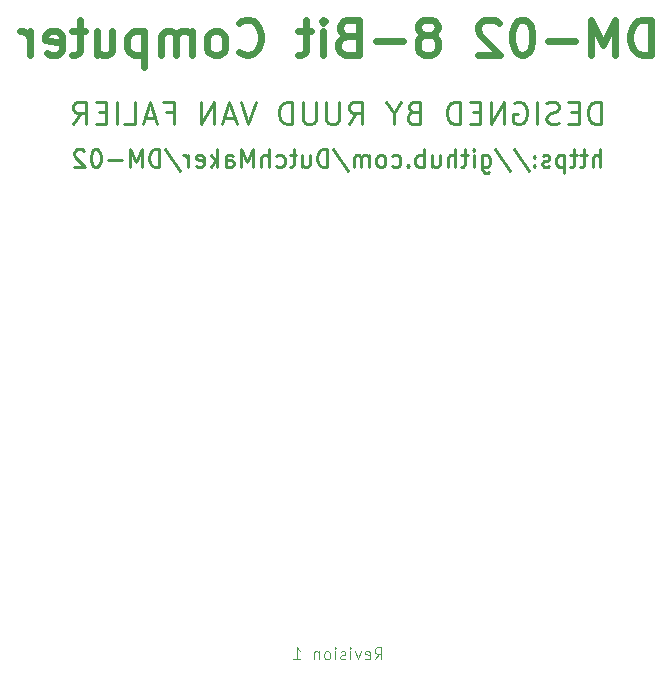
<source format=gbr>
G04 #@! TF.GenerationSoftware,KiCad,Pcbnew,(5.1.5-0-10_14)*
G04 #@! TF.CreationDate,2020-04-15T16:47:41+02:00*
G04 #@! TF.ProjectId,Bottom-Plate,426f7474-6f6d-42d5-906c-6174652e6b69,rev?*
G04 #@! TF.SameCoordinates,Original*
G04 #@! TF.FileFunction,Legend,Bot*
G04 #@! TF.FilePolarity,Positive*
%FSLAX46Y46*%
G04 Gerber Fmt 4.6, Leading zero omitted, Abs format (unit mm)*
G04 Created by KiCad (PCBNEW (5.1.5-0-10_14)) date 2020-04-15 16:47:41*
%MOMM*%
%LPD*%
G04 APERTURE LIST*
%ADD10C,0.250000*%
%ADD11C,0.600000*%
%ADD12C,0.100000*%
G04 APERTURE END LIST*
D10*
X100975238Y-85759523D02*
X100975238Y-84279523D01*
X100340952Y-85759523D02*
X100340952Y-84984285D01*
X100411428Y-84843333D01*
X100552380Y-84772857D01*
X100763809Y-84772857D01*
X100904761Y-84843333D01*
X100975238Y-84913809D01*
X99847619Y-84772857D02*
X99283809Y-84772857D01*
X99636190Y-84279523D02*
X99636190Y-85548095D01*
X99565714Y-85689047D01*
X99424761Y-85759523D01*
X99283809Y-85759523D01*
X99001904Y-84772857D02*
X98438095Y-84772857D01*
X98790476Y-84279523D02*
X98790476Y-85548095D01*
X98720000Y-85689047D01*
X98579047Y-85759523D01*
X98438095Y-85759523D01*
X97944761Y-84772857D02*
X97944761Y-86252857D01*
X97944761Y-84843333D02*
X97803809Y-84772857D01*
X97521904Y-84772857D01*
X97380952Y-84843333D01*
X97310476Y-84913809D01*
X97240000Y-85054761D01*
X97240000Y-85477619D01*
X97310476Y-85618571D01*
X97380952Y-85689047D01*
X97521904Y-85759523D01*
X97803809Y-85759523D01*
X97944761Y-85689047D01*
X96676190Y-85689047D02*
X96535238Y-85759523D01*
X96253333Y-85759523D01*
X96112380Y-85689047D01*
X96041904Y-85548095D01*
X96041904Y-85477619D01*
X96112380Y-85336666D01*
X96253333Y-85266190D01*
X96464761Y-85266190D01*
X96605714Y-85195714D01*
X96676190Y-85054761D01*
X96676190Y-84984285D01*
X96605714Y-84843333D01*
X96464761Y-84772857D01*
X96253333Y-84772857D01*
X96112380Y-84843333D01*
X95407619Y-85618571D02*
X95337142Y-85689047D01*
X95407619Y-85759523D01*
X95478095Y-85689047D01*
X95407619Y-85618571D01*
X95407619Y-85759523D01*
X95407619Y-84843333D02*
X95337142Y-84913809D01*
X95407619Y-84984285D01*
X95478095Y-84913809D01*
X95407619Y-84843333D01*
X95407619Y-84984285D01*
X93645714Y-84209047D02*
X94914285Y-86111904D01*
X92095238Y-84209047D02*
X93363809Y-86111904D01*
X90967619Y-84772857D02*
X90967619Y-85970952D01*
X91038095Y-86111904D01*
X91108571Y-86182380D01*
X91249523Y-86252857D01*
X91460952Y-86252857D01*
X91601904Y-86182380D01*
X90967619Y-85689047D02*
X91108571Y-85759523D01*
X91390476Y-85759523D01*
X91531428Y-85689047D01*
X91601904Y-85618571D01*
X91672380Y-85477619D01*
X91672380Y-85054761D01*
X91601904Y-84913809D01*
X91531428Y-84843333D01*
X91390476Y-84772857D01*
X91108571Y-84772857D01*
X90967619Y-84843333D01*
X90262857Y-85759523D02*
X90262857Y-84772857D01*
X90262857Y-84279523D02*
X90333333Y-84350000D01*
X90262857Y-84420476D01*
X90192380Y-84350000D01*
X90262857Y-84279523D01*
X90262857Y-84420476D01*
X89769523Y-84772857D02*
X89205714Y-84772857D01*
X89558095Y-84279523D02*
X89558095Y-85548095D01*
X89487619Y-85689047D01*
X89346666Y-85759523D01*
X89205714Y-85759523D01*
X88712380Y-85759523D02*
X88712380Y-84279523D01*
X88078095Y-85759523D02*
X88078095Y-84984285D01*
X88148571Y-84843333D01*
X88289523Y-84772857D01*
X88500952Y-84772857D01*
X88641904Y-84843333D01*
X88712380Y-84913809D01*
X86739047Y-84772857D02*
X86739047Y-85759523D01*
X87373333Y-84772857D02*
X87373333Y-85548095D01*
X87302857Y-85689047D01*
X87161904Y-85759523D01*
X86950476Y-85759523D01*
X86809523Y-85689047D01*
X86739047Y-85618571D01*
X86034285Y-85759523D02*
X86034285Y-84279523D01*
X86034285Y-84843333D02*
X85893333Y-84772857D01*
X85611428Y-84772857D01*
X85470476Y-84843333D01*
X85400000Y-84913809D01*
X85329523Y-85054761D01*
X85329523Y-85477619D01*
X85400000Y-85618571D01*
X85470476Y-85689047D01*
X85611428Y-85759523D01*
X85893333Y-85759523D01*
X86034285Y-85689047D01*
X84695238Y-85618571D02*
X84624761Y-85689047D01*
X84695238Y-85759523D01*
X84765714Y-85689047D01*
X84695238Y-85618571D01*
X84695238Y-85759523D01*
X83356190Y-85689047D02*
X83497142Y-85759523D01*
X83779047Y-85759523D01*
X83920000Y-85689047D01*
X83990476Y-85618571D01*
X84060952Y-85477619D01*
X84060952Y-85054761D01*
X83990476Y-84913809D01*
X83920000Y-84843333D01*
X83779047Y-84772857D01*
X83497142Y-84772857D01*
X83356190Y-84843333D01*
X82510476Y-85759523D02*
X82651428Y-85689047D01*
X82721904Y-85618571D01*
X82792380Y-85477619D01*
X82792380Y-85054761D01*
X82721904Y-84913809D01*
X82651428Y-84843333D01*
X82510476Y-84772857D01*
X82299047Y-84772857D01*
X82158095Y-84843333D01*
X82087619Y-84913809D01*
X82017142Y-85054761D01*
X82017142Y-85477619D01*
X82087619Y-85618571D01*
X82158095Y-85689047D01*
X82299047Y-85759523D01*
X82510476Y-85759523D01*
X81382857Y-85759523D02*
X81382857Y-84772857D01*
X81382857Y-84913809D02*
X81312380Y-84843333D01*
X81171428Y-84772857D01*
X80960000Y-84772857D01*
X80819047Y-84843333D01*
X80748571Y-84984285D01*
X80748571Y-85759523D01*
X80748571Y-84984285D02*
X80678095Y-84843333D01*
X80537142Y-84772857D01*
X80325714Y-84772857D01*
X80184761Y-84843333D01*
X80114285Y-84984285D01*
X80114285Y-85759523D01*
X78352380Y-84209047D02*
X79620952Y-86111904D01*
X77859047Y-85759523D02*
X77859047Y-84279523D01*
X77506666Y-84279523D01*
X77295238Y-84350000D01*
X77154285Y-84490952D01*
X77083809Y-84631904D01*
X77013333Y-84913809D01*
X77013333Y-85125238D01*
X77083809Y-85407142D01*
X77154285Y-85548095D01*
X77295238Y-85689047D01*
X77506666Y-85759523D01*
X77859047Y-85759523D01*
X75744761Y-84772857D02*
X75744761Y-85759523D01*
X76379047Y-84772857D02*
X76379047Y-85548095D01*
X76308571Y-85689047D01*
X76167619Y-85759523D01*
X75956190Y-85759523D01*
X75815238Y-85689047D01*
X75744761Y-85618571D01*
X75251428Y-84772857D02*
X74687619Y-84772857D01*
X75040000Y-84279523D02*
X75040000Y-85548095D01*
X74969523Y-85689047D01*
X74828571Y-85759523D01*
X74687619Y-85759523D01*
X73560000Y-85689047D02*
X73700952Y-85759523D01*
X73982857Y-85759523D01*
X74123809Y-85689047D01*
X74194285Y-85618571D01*
X74264761Y-85477619D01*
X74264761Y-85054761D01*
X74194285Y-84913809D01*
X74123809Y-84843333D01*
X73982857Y-84772857D01*
X73700952Y-84772857D01*
X73560000Y-84843333D01*
X72925714Y-85759523D02*
X72925714Y-84279523D01*
X72291428Y-85759523D02*
X72291428Y-84984285D01*
X72361904Y-84843333D01*
X72502857Y-84772857D01*
X72714285Y-84772857D01*
X72855238Y-84843333D01*
X72925714Y-84913809D01*
X71586666Y-85759523D02*
X71586666Y-84279523D01*
X71093333Y-85336666D01*
X70600000Y-84279523D01*
X70600000Y-85759523D01*
X69260952Y-85759523D02*
X69260952Y-84984285D01*
X69331428Y-84843333D01*
X69472380Y-84772857D01*
X69754285Y-84772857D01*
X69895238Y-84843333D01*
X69260952Y-85689047D02*
X69401904Y-85759523D01*
X69754285Y-85759523D01*
X69895238Y-85689047D01*
X69965714Y-85548095D01*
X69965714Y-85407142D01*
X69895238Y-85266190D01*
X69754285Y-85195714D01*
X69401904Y-85195714D01*
X69260952Y-85125238D01*
X68556190Y-85759523D02*
X68556190Y-84279523D01*
X68415238Y-85195714D02*
X67992380Y-85759523D01*
X67992380Y-84772857D02*
X68556190Y-85336666D01*
X66794285Y-85689047D02*
X66935238Y-85759523D01*
X67217142Y-85759523D01*
X67358095Y-85689047D01*
X67428571Y-85548095D01*
X67428571Y-84984285D01*
X67358095Y-84843333D01*
X67217142Y-84772857D01*
X66935238Y-84772857D01*
X66794285Y-84843333D01*
X66723809Y-84984285D01*
X66723809Y-85125238D01*
X67428571Y-85266190D01*
X66089523Y-85759523D02*
X66089523Y-84772857D01*
X66089523Y-85054761D02*
X66019047Y-84913809D01*
X65948571Y-84843333D01*
X65807619Y-84772857D01*
X65666666Y-84772857D01*
X64116190Y-84209047D02*
X65384761Y-86111904D01*
X63622857Y-85759523D02*
X63622857Y-84279523D01*
X63270476Y-84279523D01*
X63059047Y-84350000D01*
X62918095Y-84490952D01*
X62847619Y-84631904D01*
X62777142Y-84913809D01*
X62777142Y-85125238D01*
X62847619Y-85407142D01*
X62918095Y-85548095D01*
X63059047Y-85689047D01*
X63270476Y-85759523D01*
X63622857Y-85759523D01*
X62142857Y-85759523D02*
X62142857Y-84279523D01*
X61649523Y-85336666D01*
X61156190Y-84279523D01*
X61156190Y-85759523D01*
X60451428Y-85195714D02*
X59323809Y-85195714D01*
X58337142Y-84279523D02*
X58196190Y-84279523D01*
X58055238Y-84350000D01*
X57984761Y-84420476D01*
X57914285Y-84561428D01*
X57843809Y-84843333D01*
X57843809Y-85195714D01*
X57914285Y-85477619D01*
X57984761Y-85618571D01*
X58055238Y-85689047D01*
X58196190Y-85759523D01*
X58337142Y-85759523D01*
X58478095Y-85689047D01*
X58548571Y-85618571D01*
X58619047Y-85477619D01*
X58689523Y-85195714D01*
X58689523Y-84843333D01*
X58619047Y-84561428D01*
X58548571Y-84420476D01*
X58478095Y-84350000D01*
X58337142Y-84279523D01*
X57280000Y-84420476D02*
X57209523Y-84350000D01*
X57068571Y-84279523D01*
X56716190Y-84279523D01*
X56575238Y-84350000D01*
X56504761Y-84420476D01*
X56434285Y-84561428D01*
X56434285Y-84702380D01*
X56504761Y-84913809D01*
X57350476Y-85759523D01*
X56434285Y-85759523D01*
X101042380Y-82139523D02*
X101042380Y-80239523D01*
X100590000Y-80239523D01*
X100318571Y-80330000D01*
X100137619Y-80510952D01*
X100047142Y-80691904D01*
X99956666Y-81053809D01*
X99956666Y-81325238D01*
X100047142Y-81687142D01*
X100137619Y-81868095D01*
X100318571Y-82049047D01*
X100590000Y-82139523D01*
X101042380Y-82139523D01*
X99142380Y-81144285D02*
X98509047Y-81144285D01*
X98237619Y-82139523D02*
X99142380Y-82139523D01*
X99142380Y-80239523D01*
X98237619Y-80239523D01*
X97513809Y-82049047D02*
X97242380Y-82139523D01*
X96790000Y-82139523D01*
X96609047Y-82049047D01*
X96518571Y-81958571D01*
X96428095Y-81777619D01*
X96428095Y-81596666D01*
X96518571Y-81415714D01*
X96609047Y-81325238D01*
X96790000Y-81234761D01*
X97151904Y-81144285D01*
X97332857Y-81053809D01*
X97423333Y-80963333D01*
X97513809Y-80782380D01*
X97513809Y-80601428D01*
X97423333Y-80420476D01*
X97332857Y-80330000D01*
X97151904Y-80239523D01*
X96699523Y-80239523D01*
X96428095Y-80330000D01*
X95613809Y-82139523D02*
X95613809Y-80239523D01*
X93713809Y-80330000D02*
X93894761Y-80239523D01*
X94166190Y-80239523D01*
X94437619Y-80330000D01*
X94618571Y-80510952D01*
X94709047Y-80691904D01*
X94799523Y-81053809D01*
X94799523Y-81325238D01*
X94709047Y-81687142D01*
X94618571Y-81868095D01*
X94437619Y-82049047D01*
X94166190Y-82139523D01*
X93985238Y-82139523D01*
X93713809Y-82049047D01*
X93623333Y-81958571D01*
X93623333Y-81325238D01*
X93985238Y-81325238D01*
X92809047Y-82139523D02*
X92809047Y-80239523D01*
X91723333Y-82139523D01*
X91723333Y-80239523D01*
X90818571Y-81144285D02*
X90185238Y-81144285D01*
X89913809Y-82139523D02*
X90818571Y-82139523D01*
X90818571Y-80239523D01*
X89913809Y-80239523D01*
X89099523Y-82139523D02*
X89099523Y-80239523D01*
X88647142Y-80239523D01*
X88375714Y-80330000D01*
X88194761Y-80510952D01*
X88104285Y-80691904D01*
X88013809Y-81053809D01*
X88013809Y-81325238D01*
X88104285Y-81687142D01*
X88194761Y-81868095D01*
X88375714Y-82049047D01*
X88647142Y-82139523D01*
X89099523Y-82139523D01*
X85118571Y-81144285D02*
X84847142Y-81234761D01*
X84756666Y-81325238D01*
X84666190Y-81506190D01*
X84666190Y-81777619D01*
X84756666Y-81958571D01*
X84847142Y-82049047D01*
X85028095Y-82139523D01*
X85751904Y-82139523D01*
X85751904Y-80239523D01*
X85118571Y-80239523D01*
X84937619Y-80330000D01*
X84847142Y-80420476D01*
X84756666Y-80601428D01*
X84756666Y-80782380D01*
X84847142Y-80963333D01*
X84937619Y-81053809D01*
X85118571Y-81144285D01*
X85751904Y-81144285D01*
X83490000Y-81234761D02*
X83490000Y-82139523D01*
X84123333Y-80239523D02*
X83490000Y-81234761D01*
X82856666Y-80239523D01*
X79690000Y-82139523D02*
X80323333Y-81234761D01*
X80775714Y-82139523D02*
X80775714Y-80239523D01*
X80051904Y-80239523D01*
X79870952Y-80330000D01*
X79780476Y-80420476D01*
X79690000Y-80601428D01*
X79690000Y-80872857D01*
X79780476Y-81053809D01*
X79870952Y-81144285D01*
X80051904Y-81234761D01*
X80775714Y-81234761D01*
X78875714Y-80239523D02*
X78875714Y-81777619D01*
X78785238Y-81958571D01*
X78694761Y-82049047D01*
X78513809Y-82139523D01*
X78151904Y-82139523D01*
X77970952Y-82049047D01*
X77880476Y-81958571D01*
X77790000Y-81777619D01*
X77790000Y-80239523D01*
X76885238Y-80239523D02*
X76885238Y-81777619D01*
X76794761Y-81958571D01*
X76704285Y-82049047D01*
X76523333Y-82139523D01*
X76161428Y-82139523D01*
X75980476Y-82049047D01*
X75890000Y-81958571D01*
X75799523Y-81777619D01*
X75799523Y-80239523D01*
X74894761Y-82139523D02*
X74894761Y-80239523D01*
X74442380Y-80239523D01*
X74170952Y-80330000D01*
X73990000Y-80510952D01*
X73899523Y-80691904D01*
X73809047Y-81053809D01*
X73809047Y-81325238D01*
X73899523Y-81687142D01*
X73990000Y-81868095D01*
X74170952Y-82049047D01*
X74442380Y-82139523D01*
X74894761Y-82139523D01*
X71818571Y-80239523D02*
X71185238Y-82139523D01*
X70551904Y-80239523D01*
X70009047Y-81596666D02*
X69104285Y-81596666D01*
X70190000Y-82139523D02*
X69556666Y-80239523D01*
X68923333Y-82139523D01*
X68290000Y-82139523D02*
X68290000Y-80239523D01*
X67204285Y-82139523D01*
X67204285Y-80239523D01*
X64218571Y-81144285D02*
X64851904Y-81144285D01*
X64851904Y-82139523D02*
X64851904Y-80239523D01*
X63947142Y-80239523D01*
X63313809Y-81596666D02*
X62409047Y-81596666D01*
X63494761Y-82139523D02*
X62861428Y-80239523D01*
X62228095Y-82139523D01*
X60690000Y-82139523D02*
X61594761Y-82139523D01*
X61594761Y-80239523D01*
X60056666Y-82139523D02*
X60056666Y-80239523D01*
X59151904Y-81144285D02*
X58518571Y-81144285D01*
X58247142Y-82139523D02*
X59151904Y-82139523D01*
X59151904Y-80239523D01*
X58247142Y-80239523D01*
X56347142Y-82139523D02*
X56980476Y-81234761D01*
X57432857Y-82139523D02*
X57432857Y-80239523D01*
X56709047Y-80239523D01*
X56528095Y-80330000D01*
X56437619Y-80420476D01*
X56347142Y-80601428D01*
X56347142Y-80872857D01*
X56437619Y-81053809D01*
X56528095Y-81144285D01*
X56709047Y-81234761D01*
X57432857Y-81234761D01*
D11*
X105240000Y-76287142D02*
X105240000Y-73287142D01*
X104525714Y-73287142D01*
X104097142Y-73430000D01*
X103811428Y-73715714D01*
X103668571Y-74001428D01*
X103525714Y-74572857D01*
X103525714Y-75001428D01*
X103668571Y-75572857D01*
X103811428Y-75858571D01*
X104097142Y-76144285D01*
X104525714Y-76287142D01*
X105240000Y-76287142D01*
X102240000Y-76287142D02*
X102240000Y-73287142D01*
X101240000Y-75430000D01*
X100240000Y-73287142D01*
X100240000Y-76287142D01*
X98811428Y-75144285D02*
X96525714Y-75144285D01*
X94525714Y-73287142D02*
X94240000Y-73287142D01*
X93954285Y-73430000D01*
X93811428Y-73572857D01*
X93668571Y-73858571D01*
X93525714Y-74430000D01*
X93525714Y-75144285D01*
X93668571Y-75715714D01*
X93811428Y-76001428D01*
X93954285Y-76144285D01*
X94240000Y-76287142D01*
X94525714Y-76287142D01*
X94811428Y-76144285D01*
X94954285Y-76001428D01*
X95097142Y-75715714D01*
X95240000Y-75144285D01*
X95240000Y-74430000D01*
X95097142Y-73858571D01*
X94954285Y-73572857D01*
X94811428Y-73430000D01*
X94525714Y-73287142D01*
X92382857Y-73572857D02*
X92240000Y-73430000D01*
X91954285Y-73287142D01*
X91240000Y-73287142D01*
X90954285Y-73430000D01*
X90811428Y-73572857D01*
X90668571Y-73858571D01*
X90668571Y-74144285D01*
X90811428Y-74572857D01*
X92525714Y-76287142D01*
X90668571Y-76287142D01*
X86668571Y-74572857D02*
X86954285Y-74430000D01*
X87097142Y-74287142D01*
X87240000Y-74001428D01*
X87240000Y-73858571D01*
X87097142Y-73572857D01*
X86954285Y-73430000D01*
X86668571Y-73287142D01*
X86097142Y-73287142D01*
X85811428Y-73430000D01*
X85668571Y-73572857D01*
X85525714Y-73858571D01*
X85525714Y-74001428D01*
X85668571Y-74287142D01*
X85811428Y-74430000D01*
X86097142Y-74572857D01*
X86668571Y-74572857D01*
X86954285Y-74715714D01*
X87097142Y-74858571D01*
X87240000Y-75144285D01*
X87240000Y-75715714D01*
X87097142Y-76001428D01*
X86954285Y-76144285D01*
X86668571Y-76287142D01*
X86097142Y-76287142D01*
X85811428Y-76144285D01*
X85668571Y-76001428D01*
X85525714Y-75715714D01*
X85525714Y-75144285D01*
X85668571Y-74858571D01*
X85811428Y-74715714D01*
X86097142Y-74572857D01*
X84240000Y-75144285D02*
X81954285Y-75144285D01*
X79525714Y-74715714D02*
X79097142Y-74858571D01*
X78954285Y-75001428D01*
X78811428Y-75287142D01*
X78811428Y-75715714D01*
X78954285Y-76001428D01*
X79097142Y-76144285D01*
X79382857Y-76287142D01*
X80525714Y-76287142D01*
X80525714Y-73287142D01*
X79525714Y-73287142D01*
X79240000Y-73430000D01*
X79097142Y-73572857D01*
X78954285Y-73858571D01*
X78954285Y-74144285D01*
X79097142Y-74430000D01*
X79240000Y-74572857D01*
X79525714Y-74715714D01*
X80525714Y-74715714D01*
X77525714Y-76287142D02*
X77525714Y-74287142D01*
X77525714Y-73287142D02*
X77668571Y-73430000D01*
X77525714Y-73572857D01*
X77382857Y-73430000D01*
X77525714Y-73287142D01*
X77525714Y-73572857D01*
X76525714Y-74287142D02*
X75382857Y-74287142D01*
X76097142Y-73287142D02*
X76097142Y-75858571D01*
X75954285Y-76144285D01*
X75668571Y-76287142D01*
X75382857Y-76287142D01*
X70382857Y-76001428D02*
X70525714Y-76144285D01*
X70954285Y-76287142D01*
X71240000Y-76287142D01*
X71668571Y-76144285D01*
X71954285Y-75858571D01*
X72097142Y-75572857D01*
X72240000Y-75001428D01*
X72240000Y-74572857D01*
X72097142Y-74001428D01*
X71954285Y-73715714D01*
X71668571Y-73430000D01*
X71240000Y-73287142D01*
X70954285Y-73287142D01*
X70525714Y-73430000D01*
X70382857Y-73572857D01*
X68668571Y-76287142D02*
X68954285Y-76144285D01*
X69097142Y-76001428D01*
X69240000Y-75715714D01*
X69240000Y-74858571D01*
X69097142Y-74572857D01*
X68954285Y-74430000D01*
X68668571Y-74287142D01*
X68240000Y-74287142D01*
X67954285Y-74430000D01*
X67811428Y-74572857D01*
X67668571Y-74858571D01*
X67668571Y-75715714D01*
X67811428Y-76001428D01*
X67954285Y-76144285D01*
X68240000Y-76287142D01*
X68668571Y-76287142D01*
X66382857Y-76287142D02*
X66382857Y-74287142D01*
X66382857Y-74572857D02*
X66240000Y-74430000D01*
X65954285Y-74287142D01*
X65525714Y-74287142D01*
X65240000Y-74430000D01*
X65097142Y-74715714D01*
X65097142Y-76287142D01*
X65097142Y-74715714D02*
X64954285Y-74430000D01*
X64668571Y-74287142D01*
X64240000Y-74287142D01*
X63954285Y-74430000D01*
X63811428Y-74715714D01*
X63811428Y-76287142D01*
X62382857Y-74287142D02*
X62382857Y-77287142D01*
X62382857Y-74430000D02*
X62097142Y-74287142D01*
X61525714Y-74287142D01*
X61240000Y-74430000D01*
X61097142Y-74572857D01*
X60954285Y-74858571D01*
X60954285Y-75715714D01*
X61097142Y-76001428D01*
X61240000Y-76144285D01*
X61525714Y-76287142D01*
X62097142Y-76287142D01*
X62382857Y-76144285D01*
X58382857Y-74287142D02*
X58382857Y-76287142D01*
X59668571Y-74287142D02*
X59668571Y-75858571D01*
X59525714Y-76144285D01*
X59240000Y-76287142D01*
X58811428Y-76287142D01*
X58525714Y-76144285D01*
X58382857Y-76001428D01*
X57382857Y-74287142D02*
X56240000Y-74287142D01*
X56954285Y-73287142D02*
X56954285Y-75858571D01*
X56811428Y-76144285D01*
X56525714Y-76287142D01*
X56240000Y-76287142D01*
X54097142Y-76144285D02*
X54382857Y-76287142D01*
X54954285Y-76287142D01*
X55240000Y-76144285D01*
X55382857Y-75858571D01*
X55382857Y-74715714D01*
X55240000Y-74430000D01*
X54954285Y-74287142D01*
X54382857Y-74287142D01*
X54097142Y-74430000D01*
X53954285Y-74715714D01*
X53954285Y-75001428D01*
X55382857Y-75287142D01*
X52668571Y-76287142D02*
X52668571Y-74287142D01*
X52668571Y-74858571D02*
X52525714Y-74572857D01*
X52382857Y-74430000D01*
X52097142Y-74287142D01*
X51811428Y-74287142D01*
D12*
X81882857Y-127452380D02*
X82216190Y-126976190D01*
X82454285Y-127452380D02*
X82454285Y-126452380D01*
X82073333Y-126452380D01*
X81978095Y-126500000D01*
X81930476Y-126547619D01*
X81882857Y-126642857D01*
X81882857Y-126785714D01*
X81930476Y-126880952D01*
X81978095Y-126928571D01*
X82073333Y-126976190D01*
X82454285Y-126976190D01*
X81073333Y-127404761D02*
X81168571Y-127452380D01*
X81359047Y-127452380D01*
X81454285Y-127404761D01*
X81501904Y-127309523D01*
X81501904Y-126928571D01*
X81454285Y-126833333D01*
X81359047Y-126785714D01*
X81168571Y-126785714D01*
X81073333Y-126833333D01*
X81025714Y-126928571D01*
X81025714Y-127023809D01*
X81501904Y-127119047D01*
X80692380Y-126785714D02*
X80454285Y-127452380D01*
X80216190Y-126785714D01*
X79835238Y-127452380D02*
X79835238Y-126785714D01*
X79835238Y-126452380D02*
X79882857Y-126500000D01*
X79835238Y-126547619D01*
X79787619Y-126500000D01*
X79835238Y-126452380D01*
X79835238Y-126547619D01*
X79406666Y-127404761D02*
X79311428Y-127452380D01*
X79120952Y-127452380D01*
X79025714Y-127404761D01*
X78978095Y-127309523D01*
X78978095Y-127261904D01*
X79025714Y-127166666D01*
X79120952Y-127119047D01*
X79263809Y-127119047D01*
X79359047Y-127071428D01*
X79406666Y-126976190D01*
X79406666Y-126928571D01*
X79359047Y-126833333D01*
X79263809Y-126785714D01*
X79120952Y-126785714D01*
X79025714Y-126833333D01*
X78549523Y-127452380D02*
X78549523Y-126785714D01*
X78549523Y-126452380D02*
X78597142Y-126500000D01*
X78549523Y-126547619D01*
X78501904Y-126500000D01*
X78549523Y-126452380D01*
X78549523Y-126547619D01*
X77930476Y-127452380D02*
X78025714Y-127404761D01*
X78073333Y-127357142D01*
X78120952Y-127261904D01*
X78120952Y-126976190D01*
X78073333Y-126880952D01*
X78025714Y-126833333D01*
X77930476Y-126785714D01*
X77787619Y-126785714D01*
X77692380Y-126833333D01*
X77644761Y-126880952D01*
X77597142Y-126976190D01*
X77597142Y-127261904D01*
X77644761Y-127357142D01*
X77692380Y-127404761D01*
X77787619Y-127452380D01*
X77930476Y-127452380D01*
X77168571Y-126785714D02*
X77168571Y-127452380D01*
X77168571Y-126880952D02*
X77120952Y-126833333D01*
X77025714Y-126785714D01*
X76882857Y-126785714D01*
X76787619Y-126833333D01*
X76740000Y-126928571D01*
X76740000Y-127452380D01*
X74978095Y-127452380D02*
X75549523Y-127452380D01*
X75263809Y-127452380D02*
X75263809Y-126452380D01*
X75359047Y-126595238D01*
X75454285Y-126690476D01*
X75549523Y-126738095D01*
M02*

</source>
